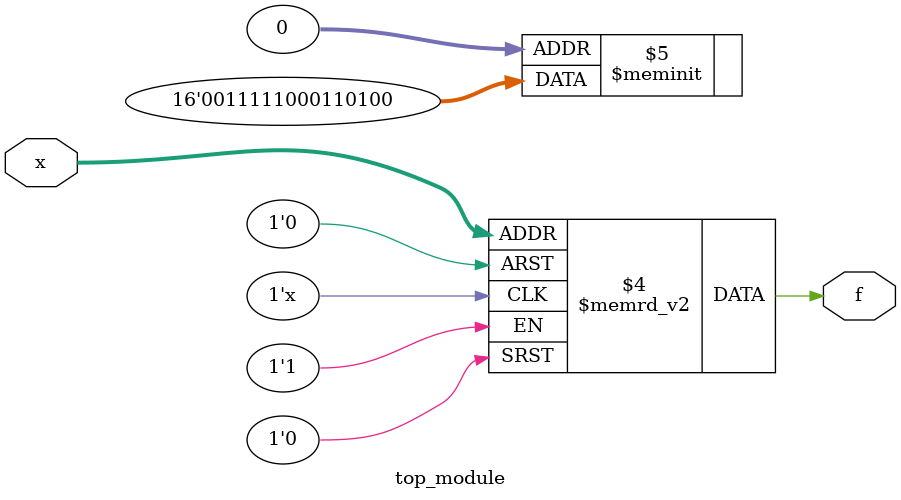
<source format=sv>
module top_module (
	input [4:1] x,
	output logic f
);

// Assign output values based on Karnaugh map
always_comb begin
	case (x)
		4'b0000: f = 0;
		4'b0001: f = 0;
		4'b0010: f = 1;
		4'b0011: f = 0;
		4'b0100: f = 1;
		4'b0101: f = 1;
		4'b0110: f = 0;
		4'b0111: f = 0;
		4'b1000: f = 0;
		4'b1001: f = 1;
		4'b1010: f = 1;
		4'b1011: f = 1;
		4'b1100: f = 1;
		4'b1101: f = 1;
		4'b1110: f = 0;
		4'b1111: f = 0;
	default: f = 0; // Set default value to 0
	endcase
end

endmodule

</source>
